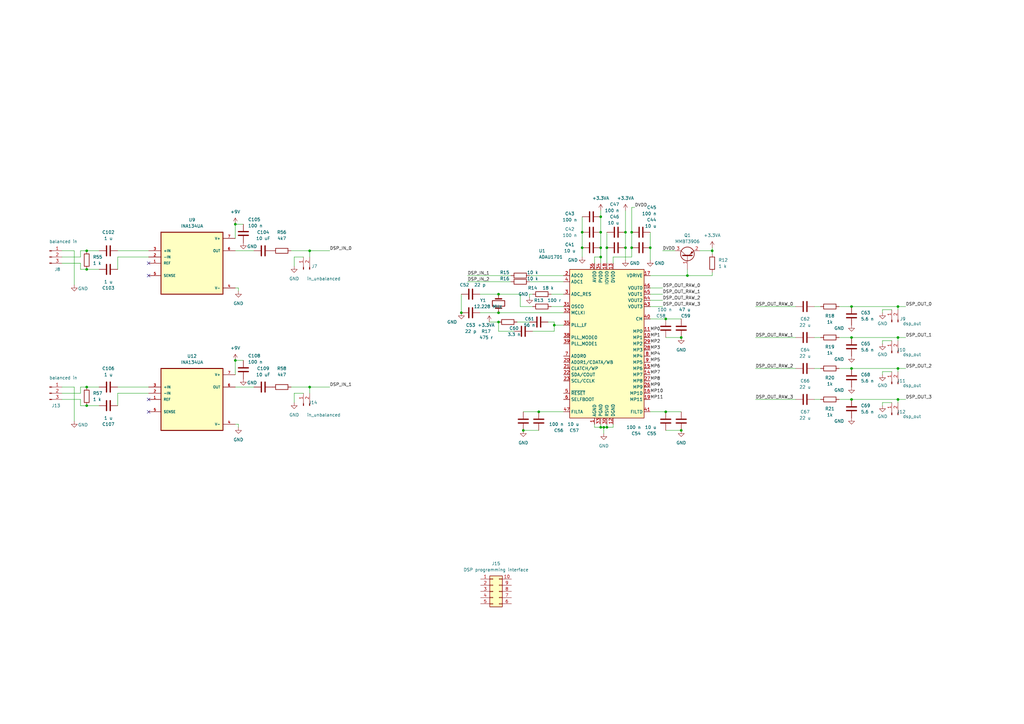
<source format=kicad_sch>
(kicad_sch (version 20230121) (generator eeschema)
  (paper "A3")
  (lib_symbols
    (symbol "Connector:Conn_01x02_Pin" (pin_names (offset 1.016) hide)
      (property "Reference" "J" (at 0 2.54 0))
      (property "Value" "Conn_01x02_Pin" (at 0 -5.08 0))
      (symbol "Conn_01x02_Pin_1_1"
        (polyline (pts (xy 1.27 -2.54) (xy 0.8636 -2.54)) (stroke (width 0.1524)))
        (polyline (pts (xy 1.27 0) (xy 0.8636 0)) (stroke (width 0.1524)))
        (rectangle (start 0.8636 -2.413) (end 0 -2.667) (stroke (width 0.1524)) (fill (type outline)))
        (rectangle (start 0.8636 0.127) (end 0 -0.127) (stroke (width 0.1524)) (fill (type outline)))
        (pin passive line (at 5.08 0 180) (length 3.81) (name "Pin_1") (number "1"))
        (pin passive line (at 5.08 -2.54 180) (length 3.81) (name "Pin_2") (number "2"))
      )
    )
    (symbol "Connector:Conn_01x03_Pin" (pin_names (offset 1.016) hide)
      (property "Reference" "J" (at 0 5.08 0))
      (property "Value" "Conn_01x03_Pin" (at 0 -5.08 0))
      (symbol "Conn_01x03_Pin_1_1"
        (polyline (pts (xy 1.27 -2.54) (xy 0.8636 -2.54)) (stroke (width 0.1524)))
        (polyline (pts (xy 1.27 0) (xy 0.8636 0)) (stroke (width 0.1524)))
        (polyline (pts (xy 1.27 2.54) (xy 0.8636 2.54)) (stroke (width 0.1524)))
        (rectangle (start 0.8636 -2.413) (end 0 -2.667) (stroke (width 0.1524)) (fill (type outline)))
        (rectangle (start 0.8636 0.127) (end 0 -0.127) (stroke (width 0.1524)) (fill (type outline)))
        (rectangle (start 0.8636 2.667) (end 0 2.413) (stroke (width 0.1524)) (fill (type outline)))
        (pin passive line (at 5.08 2.54 180) (length 3.81) (name "Pin_1") (number "1"))
        (pin passive line (at 5.08 0 180) (length 3.81) (name "Pin_2") (number "2"))
        (pin passive line (at 5.08 -2.54 180) (length 3.81) (name "Pin_3") (number "3"))
      )
    )
    (symbol "Connector_Generic:Conn_02x05_Counter_Clockwise" (pin_names (offset 1.016) hide)
      (property "Reference" "J" (at 1.27 7.62 0))
      (property "Value" "Conn_02x05_Counter_Clockwise" (at 1.27 -7.62 0))
      (symbol "Conn_02x05_Counter_Clockwise_1_1"
        (rectangle (start -1.27 -4.953) (end 0 -5.207) (stroke (width 0.1524)))
        (rectangle (start -1.27 -2.413) (end 0 -2.667) (stroke (width 0.1524)))
        (rectangle (start -1.27 0.127) (end 0 -0.127) (stroke (width 0.1524)))
        (rectangle (start -1.27 2.667) (end 0 2.413) (stroke (width 0.1524)))
        (rectangle (start -1.27 5.207) (end 0 4.953) (stroke (width 0.1524)))
        (rectangle (start -1.27 6.35) (end 3.81 -6.35) (stroke (width 0.254)) (fill (type background)))
        (rectangle (start 3.81 -4.953) (end 2.54 -5.207) (stroke (width 0.1524)))
        (rectangle (start 3.81 -2.413) (end 2.54 -2.667) (stroke (width 0.1524)))
        (rectangle (start 3.81 0.127) (end 2.54 -0.127) (stroke (width 0.1524)))
        (rectangle (start 3.81 2.667) (end 2.54 2.413) (stroke (width 0.1524)))
        (rectangle (start 3.81 5.207) (end 2.54 4.953) (stroke (width 0.1524)))
        (pin passive line (at -5.08 5.08 0) (length 3.81) (name "Pin_1") (number "1"))
        (pin passive line (at 7.62 5.08 180) (length 3.81) (name "Pin_10") (number "10"))
        (pin passive line (at -5.08 2.54 0) (length 3.81) (name "Pin_2") (number "2"))
        (pin passive line (at -5.08 0 0) (length 3.81) (name "Pin_3") (number "3"))
        (pin passive line (at -5.08 -2.54 0) (length 3.81) (name "Pin_4") (number "4"))
        (pin passive line (at -5.08 -5.08 0) (length 3.81) (name "Pin_5") (number "5"))
        (pin passive line (at 7.62 -5.08 180) (length 3.81) (name "Pin_6") (number "6"))
        (pin passive line (at 7.62 -2.54 180) (length 3.81) (name "Pin_7") (number "7"))
        (pin passive line (at 7.62 0 180) (length 3.81) (name "Pin_8") (number "8"))
        (pin passive line (at 7.62 2.54 180) (length 3.81) (name "Pin_9") (number "9"))
      )
    )
    (symbol "DSP_AnalogDevices:ADAU1701"
      (property "Reference" "U" (at -12.7 31.75 0))
      (property "Value" "ADAU1701" (at 3.81 31.75 0))
      (symbol "ADAU1701_0_1"
        (rectangle (start -15.24 30.48) (end 15.24 -30.48) (stroke (width 0.254)) (fill (type background)))
      )
      (symbol "ADAU1701_1_1"
        (pin power_in line (at -5.08 -33.02 90) (length 2.54) (name "AGND") (number "1"))
        (pin bidirectional line (at 17.78 2.54 180) (length 2.54) (name "MP1") (number "10"))
        (pin bidirectional line (at 17.78 5.08 180) (length 2.54) (name "MP0") (number "11"))
        (pin power_in line (at 2.54 -33.02 90) (length 2.54) (name "DGND") (number "12"))
        (pin power_in line (at 2.54 33.02 270) (length 2.54) (name "DVDD") (number "13"))
        (pin bidirectional line (at 17.78 -12.7 180) (length 2.54) (name "MP7") (number "14"))
        (pin bidirectional line (at 17.78 -10.16 180) (length 2.54) (name "MP6") (number "15"))
        (pin bidirectional line (at 17.78 -20.32 180) (length 2.54) (name "MP10") (number "16"))
        (pin output line (at 17.78 27.94 180) (length 2.54) (name "VDRIVE") (number "17"))
        (pin power_in line (at 0 33.02 270) (length 2.54) (name "IOVDD") (number "18"))
        (pin bidirectional line (at 17.78 -22.86 180) (length 2.54) (name "MP11") (number "19"))
        (pin input line (at -17.78 27.94 0) (length 2.54) (name "ADC0") (number "2"))
        (pin input line (at -17.78 -7.62 0) (length 2.54) (name "ADDR1/CDATA/WB") (number "20"))
        (pin bidirectional line (at -17.78 -10.16 0) (length 2.54) (name "CLATCH/WP") (number "21"))
        (pin bidirectional line (at -17.78 -12.7 0) (length 2.54) (name "SDA/COUT") (number "22"))
        (pin bidirectional line (at -17.78 -15.24 0) (length 2.54) (name "SCL/CCLK") (number "23"))
        (pin passive line (at 2.54 33.02 270) (length 2.54) hide (name "DVDD") (number "24"))
        (pin passive line (at 2.54 -33.02 90) (length 2.54) hide (name "DGND") (number "25"))
        (pin bidirectional line (at 17.78 -17.78 180) (length 2.54) (name "MP9") (number "26"))
        (pin bidirectional line (at 17.78 -15.24 180) (length 2.54) (name "MP8") (number "27"))
        (pin bidirectional line (at 17.78 -2.54 180) (length 2.54) (name "MP3") (number "28"))
        (pin bidirectional line (at 17.78 0 180) (length 2.54) (name "MP2") (number "29"))
        (pin passive line (at -17.78 20.32 0) (length 2.54) (name "ADC_RES") (number "3"))
        (pin passive line (at 0 -33.02 90) (length 2.54) (name "RSVD") (number "30"))
        (pin passive line (at -17.78 15.24 0) (length 2.54) (name "OSCO") (number "31"))
        (pin passive line (at -17.78 12.7 0) (length 2.54) (name "MCLKI") (number "32"))
        (pin power_in line (at -2.54 -33.02 90) (length 2.54) (name "PGND") (number "33"))
        (pin power_in line (at -2.54 33.02 270) (length 2.54) (name "PVDD") (number "34"))
        (pin passive line (at -17.78 7.62 0) (length 2.54) (name "PLL_LF") (number "35"))
        (pin power_in line (at -5.08 33.02 270) (length 2.54) (name "AVDD") (number "36"))
        (pin passive line (at -5.08 -33.02 90) (length 2.54) hide (name "AGND") (number "37"))
        (pin input line (at -17.78 2.54 0) (length 2.54) (name "PLL_MODE0") (number "38"))
        (pin input line (at -17.78 0 0) (length 2.54) (name "PLL_MODE1") (number "39"))
        (pin input line (at -17.78 25.4 0) (length 2.54) (name "ADC1") (number "4"))
        (pin output line (at 17.78 10.16 180) (length 2.54) (name "CM") (number "40"))
        (pin output line (at 17.78 -27.94 180) (length 2.54) (name "FILTD") (number "41"))
        (pin passive line (at -5.08 -33.02 90) (length 2.54) hide (name "AGND") (number "42"))
        (pin output line (at 17.78 15.24 180) (length 2.54) (name "VOUT3") (number "43"))
        (pin output line (at 17.78 17.78 180) (length 2.54) (name "VOUT2") (number "44"))
        (pin output line (at 17.78 20.32 180) (length 2.54) (name "VOUT1") (number "45"))
        (pin output line (at 17.78 22.86 180) (length 2.54) (name "VOUT0") (number "46"))
        (pin output line (at -17.78 -27.94 0) (length 2.54) (name "FILTA") (number "47"))
        (pin passive line (at -5.08 33.02 270) (length 2.54) hide (name "AVDD") (number "48"))
        (pin input line (at -17.78 -20.32 0) (length 2.54) (name "~{RESET}") (number "5"))
        (pin input line (at -17.78 -22.86 0) (length 2.54) (name "SELFBOOT") (number "6"))
        (pin input line (at -17.78 -5.08 0) (length 2.54) (name "ADDR0") (number "7"))
        (pin bidirectional line (at 17.78 -5.08 180) (length 2.54) (name "MP4") (number "8"))
        (pin bidirectional line (at 17.78 -7.62 180) (length 2.54) (name "MP5") (number "9"))
      )
    )
    (symbol "Device:C" (pin_numbers hide) (pin_names (offset 0.254))
      (property "Reference" "C" (at 0.635 2.54 0))
      (property "Value" "C" (at 0.635 -2.54 0))
      (symbol "C_0_1"
        (polyline (pts (xy -2.032 -0.762) (xy 2.032 -0.762)) (stroke (width 0.508)))
        (polyline (pts (xy -2.032 0.762) (xy 2.032 0.762)) (stroke (width 0.508)))
      )
      (symbol "C_1_1"
        (pin passive line (at 0 3.81 270) (length 2.794) (name "~") (number "1"))
        (pin passive line (at 0 -3.81 90) (length 2.794) (name "~") (number "2"))
      )
    )
    (symbol "Device:Crystal" (pin_numbers hide) (pin_names (offset 1.016) hide)
      (property "Reference" "Y" (at 0 3.81 0))
      (property "Value" "Crystal" (at 0 -3.81 0))
      (symbol "Crystal_0_1"
        (rectangle (start -1.143 2.54) (end 1.143 -2.54) (stroke (width 0.3048)))
        (polyline (pts (xy -2.54 0) (xy -1.905 0)))
        (polyline (pts (xy -1.905 -1.27) (xy -1.905 1.27)) (stroke (width 0.508)))
        (polyline (pts (xy 1.905 -1.27) (xy 1.905 1.27)) (stroke (width 0.508)))
        (polyline (pts (xy 2.54 0) (xy 1.905 0)))
      )
      (symbol "Crystal_1_1"
        (pin passive line (at -3.81 0 0) (length 1.27) (name "1") (number "1"))
        (pin passive line (at 3.81 0 180) (length 1.27) (name "2") (number "2"))
      )
    )
    (symbol "Device:R" (pin_numbers hide) (pin_names (offset 0))
      (property "Reference" "R" (at 2.032 0 90))
      (property "Value" "R" (at 0 0 90))
      (symbol "R_0_1"
        (rectangle (start -1.016 -2.54) (end 1.016 2.54) (stroke (width 0.254)))
      )
      (symbol "R_1_1"
        (pin passive line (at 0 3.81 270) (length 1.27) (name "~") (number "1"))
        (pin passive line (at 0 -3.81 90) (length 1.27) (name "~") (number "2"))
      )
    )
    (symbol "INA134UA:INA134UA" (pin_names (offset 1.016))
      (property "Reference" "U" (at -12.7 13.7 0))
      (property "Value" "INA134UA" (at -12.7 -16.7 0))
      (symbol "INA134UA_0_0"
        (rectangle (start -12.7 -12.7) (end 12.7 12.7) (stroke (width 0.41)) (fill (type background)))
        (pin input line (at -17.78 0 0) (length 5.08) (name "REF") (number "1"))
        (pin input line (at -17.78 2.54 0) (length 5.08) (name "-IN") (number "2"))
        (pin input line (at -17.78 5.08 0) (length 5.08) (name "+IN") (number "3"))
        (pin power_in line (at 17.78 -10.16 180) (length 5.08) (name "V-") (number "4"))
        (pin bidirectional line (at -17.78 -5.08 0) (length 5.08) (name "SENSE") (number "5"))
        (pin output line (at 17.78 5.08 180) (length 5.08) (name "OUT") (number "6"))
        (pin power_in line (at 17.78 10.16 180) (length 5.08) (name "V+") (number "7"))
      )
    )
    (symbol "Transistor_BJT:MMBT3906" (pin_names (offset 0) hide)
      (property "Reference" "Q" (at 5.08 1.905 0))
      (property "Value" "MMBT3906" (at 5.08 0 0))
      (symbol "MMBT3906_0_1"
        (polyline (pts (xy 0.635 0.635) (xy 2.54 2.54)))
        (polyline (pts (xy 0.635 -0.635) (xy 2.54 -2.54) (xy 2.54 -2.54)))
        (polyline (pts (xy 0.635 1.905) (xy 0.635 -1.905) (xy 0.635 -1.905)) (stroke (width 0.508)))
        (polyline (pts (xy 2.286 -1.778) (xy 1.778 -2.286) (xy 1.27 -1.27) (xy 2.286 -1.778) (xy 2.286 -1.778)) (fill (type outline)))
        (circle (center 1.27 0) (radius 2.8194) (stroke (width 0.254)))
      )
      (symbol "MMBT3906_1_1"
        (pin input line (at -5.08 0 0) (length 5.715) (name "B") (number "1"))
        (pin passive line (at 2.54 -5.08 90) (length 2.54) (name "E") (number "2"))
        (pin passive line (at 2.54 5.08 270) (length 2.54) (name "C") (number "3"))
      )
    )
    (symbol "power:+3.3VA" (power) (pin_names (offset 0))
      (property "Value" "+3.3VA" (at 0 3.556 0))
      (symbol "+3.3VA_0_1"
        (polyline (pts (xy -0.762 1.27) (xy 0 2.54)))
        (polyline (pts (xy 0 0) (xy 0 2.54)))
        (polyline (pts (xy 0 2.54) (xy 0.762 1.27)))
      )
      (symbol "+3.3VA_1_1"
        (pin power_in line (at 0 0 90) (length 0) hide (name "+3.3VA") (number "1"))
      )
    )
    (symbol "power:+9V" (power) (pin_names (offset 0))
      (property "Value" "+9V" (at 0 3.556 0))
      (symbol "+9V_0_1"
        (polyline (pts (xy -0.762 1.27) (xy 0 2.54)))
        (polyline (pts (xy 0 0) (xy 0 2.54)))
        (polyline (pts (xy 0 2.54) (xy 0.762 1.27)))
      )
      (symbol "+9V_1_1"
        (pin power_in line (at 0 0 90) (length 0) hide (name "+9V") (number "1"))
      )
    )
    (symbol "power:GND" (power) (pin_names (offset 0))
      (property "Value" "GND" (at 0 -3.81 0))
      (symbol "GND_0_1"
        (polyline (pts (xy 0 0) (xy 0 -1.27) (xy 1.27 -1.27) (xy 0 -2.54) (xy -1.27 -1.27) (xy 0 -1.27)))
      )
      (symbol "GND_1_1"
        (pin power_in line (at 0 0 270) (length 0) hide (name "GND") (number "1"))
      )
    )
  )
  (junction (at 279.4 176.53))
  (junction (at 279.4 138.43))
  (junction (at 238.76 101.6))
  (junction (at 96.52 147.828))
  (junction (at 273.05 130.81))
  (junction (at 35.56 166.37))
  (junction (at 227.33 133.35))
  (junction (at 35.56 102.87))
  (junction (at 189.23 128.27))
  (junction (at 204.47 132.08))
  (junction (at 246.38 101.6))
  (junction (at 35.56 158.75))
  (junction (at 127 158.75))
  (junction (at 259.08 101.6))
  (junction (at 246.38 175.26))
  (junction (at 246.38 105.41))
  (junction (at 220.98 168.91))
  (junction (at 96.52 91.948))
  (junction (at 349.25 138.43))
  (junction (at 349.25 125.73))
  (junction (at 247.65 175.26))
  (junction (at 238.76 95.25))
  (junction (at 259.08 95.25))
  (junction (at 246.38 88.9))
  (junction (at 204.47 128.27))
  (junction (at 256.54 101.6))
  (junction (at 273.05 168.91))
  (junction (at 246.38 95.25))
  (junction (at 349.25 151.13))
  (junction (at 256.54 95.25))
  (junction (at 266.7 101.6))
  (junction (at 368.3 138.43))
  (junction (at 281.94 113.03))
  (junction (at 204.47 120.65))
  (junction (at 349.25 163.83))
  (junction (at 127 102.87))
  (junction (at 292.1 102.87))
  (junction (at 248.92 175.26))
  (junction (at 35.56 110.49))
  (junction (at 214.63 176.53))
  (junction (at 368.3 163.83))
  (junction (at 248.92 101.6))
  (junction (at 368.3 125.73))
  (junction (at 368.3 151.13))
  (no_connect (at 60.96 107.95))
  (no_connect (at 60.96 113.03))
  (no_connect (at 60.96 163.83))
  (no_connect (at 60.96 168.91))
  (wire (pts (xy 127 102.87) (xy 127 105.41)))
  (wire (pts (xy 260.35 85.09) (xy 259.08 85.09)))
  (wire (pts (xy 368.3 139.7) (xy 368.3 138.43)))
  (wire (pts (xy 30.48 158.75) (xy 30.48 172.72)))
  (wire (pts (xy 361.95 166.37) (xy 361.95 165.1)))
  (wire (pts (xy 96.52 147.828) (xy 99.822 147.828)))
  (wire (pts (xy 368.3 165.1) (xy 368.3 163.83)))
  (wire (pts (xy 33.02 161.29) (xy 33.02 158.75)))
  (wire (pts (xy 200.66 132.08) (xy 204.47 132.08)))
  (wire (pts (xy 214.63 168.91) (xy 220.98 168.91)))
  (wire (pts (xy 220.98 168.91) (xy 231.14 168.91)))
  (wire (pts (xy 361.95 127) (xy 365.76 127)))
  (wire (pts (xy 349.25 138.43) (xy 368.3 138.43)))
  (wire (pts (xy 281.94 113.03) (xy 292.1 113.03)))
  (wire (pts (xy 25.4 107.95) (xy 33.02 107.95)))
  (wire (pts (xy 256.54 101.6) (xy 256.54 95.25)))
  (wire (pts (xy 246.38 86.36) (xy 246.38 88.9)))
  (wire (pts (xy 361.95 139.7) (xy 365.76 139.7)))
  (wire (pts (xy 246.38 175.26) (xy 247.65 175.26)))
  (wire (pts (xy 204.47 135.89) (xy 204.47 132.08)))
  (wire (pts (xy 246.38 173.99) (xy 246.38 175.26)))
  (wire (pts (xy 247.65 175.26) (xy 248.92 175.26)))
  (wire (pts (xy 96.52 91.948) (xy 96.52 97.79)))
  (wire (pts (xy 238.76 88.9) (xy 238.76 95.25)))
  (wire (pts (xy 204.47 128.27) (xy 231.14 128.27)))
  (wire (pts (xy 227.33 133.35) (xy 227.33 132.08)))
  (wire (pts (xy 196.85 128.27) (xy 204.47 128.27)))
  (wire (pts (xy 97.79 175.26) (xy 97.79 173.99)))
  (wire (pts (xy 361.95 165.1) (xy 365.76 165.1)))
  (wire (pts (xy 334.01 138.43) (xy 336.55 138.43)))
  (wire (pts (xy 25.4 102.87) (xy 30.48 102.87)))
  (wire (pts (xy 96.52 173.99) (xy 97.79 173.99)))
  (wire (pts (xy 273.05 138.43) (xy 279.4 138.43)))
  (wire (pts (xy 368.3 127) (xy 368.3 125.73)))
  (wire (pts (xy 238.76 95.25) (xy 238.76 101.6)))
  (wire (pts (xy 127 158.75) (xy 135.255 158.75)))
  (wire (pts (xy 266.7 113.03) (xy 281.94 113.03)))
  (wire (pts (xy 246.38 101.6) (xy 246.38 105.41)))
  (wire (pts (xy 246.38 88.9) (xy 246.38 95.25)))
  (wire (pts (xy 266.7 118.11) (xy 271.78 118.11)))
  (wire (pts (xy 243.84 173.99) (xy 243.84 175.26)))
  (wire (pts (xy 191.77 113.03) (xy 209.55 113.03)))
  (wire (pts (xy 33.02 110.49) (xy 35.56 110.49)))
  (wire (pts (xy 196.85 120.65) (xy 204.47 120.65)))
  (wire (pts (xy 361.95 152.4) (xy 365.76 152.4)))
  (wire (pts (xy 243.84 107.95) (xy 243.84 105.41)))
  (wire (pts (xy 256.54 101.6) (xy 256.54 106.68)))
  (wire (pts (xy 227.33 133.35) (xy 231.14 133.35)))
  (wire (pts (xy 344.17 125.73) (xy 349.25 125.73)))
  (wire (pts (xy 246.38 95.25) (xy 246.38 101.6)))
  (wire (pts (xy 266.7 120.65) (xy 271.78 120.65)))
  (wire (pts (xy 48.26 110.49) (xy 48.26 105.41)))
  (wire (pts (xy 226.06 120.65) (xy 231.14 120.65)))
  (wire (pts (xy 226.06 125.73) (xy 231.14 125.73)))
  (wire (pts (xy 96.52 91.948) (xy 99.822 91.948)))
  (wire (pts (xy 227.33 135.89) (xy 227.33 133.35)))
  (wire (pts (xy 287.02 102.87) (xy 292.1 102.87)))
  (wire (pts (xy 48.26 102.87) (xy 60.96 102.87)))
  (wire (pts (xy 33.02 158.75) (xy 35.56 158.75)))
  (wire (pts (xy 33.02 105.41) (xy 33.02 102.87)))
  (wire (pts (xy 217.17 115.57) (xy 231.14 115.57)))
  (wire (pts (xy 368.3 163.83) (xy 371.475 163.83)))
  (wire (pts (xy 251.46 175.26) (xy 251.46 173.99)))
  (wire (pts (xy 217.17 121.92) (xy 217.17 120.65)))
  (wire (pts (xy 361.95 140.97) (xy 361.95 139.7)))
  (wire (pts (xy 266.7 101.6) (xy 266.7 106.68)))
  (wire (pts (xy 247.65 175.26) (xy 247.65 177.8)))
  (wire (pts (xy 292.1 102.87) (xy 292.1 104.14)))
  (wire (pts (xy 48.26 166.37) (xy 48.26 161.29)))
  (wire (pts (xy 292.1 101.6) (xy 292.1 102.87)))
  (wire (pts (xy 368.3 151.13) (xy 371.475 151.13)))
  (wire (pts (xy 25.4 105.41) (xy 33.02 105.41)))
  (wire (pts (xy 266.7 168.91) (xy 273.05 168.91)))
  (wire (pts (xy 271.78 102.87) (xy 276.86 102.87)))
  (wire (pts (xy 217.17 120.65) (xy 218.44 120.65)))
  (wire (pts (xy 48.26 158.75) (xy 60.96 158.75)))
  (wire (pts (xy 256.54 86.36) (xy 256.54 95.25)))
  (wire (pts (xy 266.7 125.73) (xy 271.78 125.73)))
  (wire (pts (xy 259.08 85.09) (xy 259.08 95.25)))
  (wire (pts (xy 334.01 151.13) (xy 336.55 151.13)))
  (wire (pts (xy 349.25 163.83) (xy 368.3 163.83)))
  (wire (pts (xy 96.52 102.87) (xy 104.14 102.87)))
  (wire (pts (xy 189.23 120.65) (xy 189.23 128.27)))
  (wire (pts (xy 33.02 166.37) (xy 35.56 166.37)))
  (wire (pts (xy 259.08 105.41) (xy 251.46 105.41)))
  (wire (pts (xy 238.76 101.6) (xy 238.76 105.41)))
  (wire (pts (xy 97.79 119.38) (xy 97.79 118.11)))
  (wire (pts (xy 309.88 125.73) (xy 326.39 125.73)))
  (wire (pts (xy 273.05 176.53) (xy 279.4 176.53)))
  (wire (pts (xy 48.26 105.41) (xy 60.96 105.41)))
  (wire (pts (xy 309.88 151.13) (xy 326.39 151.13)))
  (wire (pts (xy 259.08 95.25) (xy 259.08 101.6)))
  (wire (pts (xy 96.52 158.75) (xy 104.14 158.75)))
  (wire (pts (xy 292.1 113.03) (xy 292.1 111.76)))
  (wire (pts (xy 344.17 138.43) (xy 349.25 138.43)))
  (wire (pts (xy 214.63 176.53) (xy 220.98 176.53)))
  (wire (pts (xy 191.77 115.57) (xy 209.55 115.57)))
  (wire (pts (xy 25.4 163.83) (xy 33.02 163.83)))
  (wire (pts (xy 246.38 105.41) (xy 246.38 107.95)))
  (wire (pts (xy 35.56 158.75) (xy 40.64 158.75)))
  (wire (pts (xy 35.56 102.87) (xy 40.64 102.87)))
  (wire (pts (xy 127 158.75) (xy 127 161.29)))
  (wire (pts (xy 213.36 120.65) (xy 213.36 125.73)))
  (wire (pts (xy 124.46 105.41) (xy 120.65 105.41)))
  (wire (pts (xy 273.05 168.91) (xy 279.4 168.91)))
  (wire (pts (xy 218.44 135.89) (xy 227.33 135.89)))
  (wire (pts (xy 210.82 135.89) (xy 204.47 135.89)))
  (wire (pts (xy 368.3 138.43) (xy 371.475 138.43)))
  (wire (pts (xy 25.4 161.29) (xy 33.02 161.29)))
  (wire (pts (xy 33.02 107.95) (xy 33.02 110.49)))
  (wire (pts (xy 119.38 102.87) (xy 127 102.87)))
  (wire (pts (xy 243.84 105.41) (xy 246.38 105.41)))
  (wire (pts (xy 266.7 123.19) (xy 271.78 123.19)))
  (wire (pts (xy 361.95 128.27) (xy 361.95 127)))
  (wire (pts (xy 273.05 130.81) (xy 279.4 130.81)))
  (wire (pts (xy 35.56 110.49) (xy 40.64 110.49)))
  (wire (pts (xy 344.17 151.13) (xy 349.25 151.13)))
  (wire (pts (xy 30.48 102.87) (xy 30.48 116.84)))
  (wire (pts (xy 248.92 101.6) (xy 248.92 107.95)))
  (wire (pts (xy 124.46 161.29) (xy 120.65 161.29)))
  (wire (pts (xy 204.47 120.65) (xy 213.36 120.65)))
  (wire (pts (xy 243.84 175.26) (xy 246.38 175.26)))
  (wire (pts (xy 248.92 175.26) (xy 251.46 175.26)))
  (wire (pts (xy 227.33 132.08) (xy 224.79 132.08)))
  (wire (pts (xy 266.7 130.81) (xy 273.05 130.81)))
  (wire (pts (xy 309.88 163.83) (xy 326.39 163.83)))
  (wire (pts (xy 349.25 151.13) (xy 368.3 151.13)))
  (wire (pts (xy 281.94 113.03) (xy 281.94 110.49)))
  (wire (pts (xy 349.25 125.73) (xy 368.3 125.73)))
  (wire (pts (xy 96.52 147.828) (xy 96.52 153.67)))
  (wire (pts (xy 334.01 163.83) (xy 336.55 163.83)))
  (wire (pts (xy 127 102.87) (xy 135.255 102.87)))
  (wire (pts (xy 259.08 101.6) (xy 259.08 105.41)))
  (wire (pts (xy 120.65 105.41) (xy 120.65 109.22)))
  (wire (pts (xy 25.4 158.75) (xy 30.48 158.75)))
  (wire (pts (xy 48.26 161.29) (xy 60.96 161.29)))
  (wire (pts (xy 266.7 101.6) (xy 266.7 95.25)))
  (wire (pts (xy 33.02 163.83) (xy 33.02 166.37)))
  (wire (pts (xy 35.56 166.37) (xy 40.64 166.37)))
  (wire (pts (xy 248.92 173.99) (xy 248.92 175.26)))
  (wire (pts (xy 251.46 105.41) (xy 251.46 107.95)))
  (wire (pts (xy 217.17 113.03) (xy 231.14 113.03)))
  (wire (pts (xy 368.3 125.73) (xy 371.475 125.73)))
  (wire (pts (xy 119.38 158.75) (xy 127 158.75)))
  (wire (pts (xy 120.65 161.29) (xy 120.65 165.1)))
  (wire (pts (xy 344.17 163.83) (xy 349.25 163.83)))
  (wire (pts (xy 96.52 118.11) (xy 97.79 118.11)))
  (wire (pts (xy 334.01 125.73) (xy 336.55 125.73)))
  (wire (pts (xy 368.3 152.4) (xy 368.3 151.13)))
  (wire (pts (xy 309.88 138.43) (xy 326.39 138.43)))
  (wire (pts (xy 361.95 153.67) (xy 361.95 152.4)))
  (wire (pts (xy 212.09 132.08) (xy 217.17 132.08)))
  (wire (pts (xy 33.02 102.87) (xy 35.56 102.87)))
  (wire (pts (xy 248.92 101.6) (xy 248.92 95.25)))
  (wire (pts (xy 213.36 125.73) (xy 218.44 125.73)))
  (label "DSP_OUT_2" (at 371.475 151.13 0))
  (label "MP7" (at 266.7 153.67 0))
  (label "DSP_OUT_RAW_3" (at 271.78 125.73 0))
  (label "MP3" (at 266.7 143.51 0))
  (label "DSP_OUT_RAW_1" (at 309.88 138.43 0))
  (label "DSP_OUT_RAW_0" (at 309.88 125.73 0))
  (label "MP11" (at 266.7 163.83 0))
  (label "MP1" (at 266.7 138.43 0))
  (label "MP5" (at 266.7 148.59 0))
  (label "DSP_IN_0" (at 135.255 102.87 0))
  (label "DSP_OUT_RAW_2" (at 309.88 151.13 0))
  (label "DSP_IN_1" (at 135.255 158.75 0))
  (label "DSP_OUT_0" (at 371.475 125.73 0))
  (label "DSP_IN_2" (at 191.77 115.57 0))
  (label "DSP_OUT_RAW_1" (at 271.78 120.65 0))
  (label "DSP_OUT_1" (at 371.475 138.43 0))
  (label "DSP_OUT_3" (at 371.475 163.83 0))
  (label "MP8" (at 266.7 156.21 0))
  (label "DSP_OUT_RAW_0" (at 271.78 118.11 0))
  (label "MP2" (at 266.7 140.97 0))
  (label "DVDD" (at 260.35 85.09 0))
  (label "DSP_OUT_RAW_3" (at 309.88 163.83 0))
  (label "MP9" (at 266.7 158.75 0))
  (label "DVDD" (at 271.78 102.87 0))
  (label "MP0" (at 266.7 135.89 0))
  (label "MP10" (at 266.7 161.29 0))
  (label "MP4" (at 266.7 146.05 0))
  (label "DSP_IN_1" (at 191.77 113.03 0))
  (label "DSP_OUT_RAW_2" (at 271.78 123.19 0))
  (label "MP6" (at 266.7 151.13 0))
  (symbol (lib_id "Device:R") (at 222.25 120.65 90) (unit 1)
    (property "Reference" "R14" (at 218.44 118.11 90))
    (property "Value" "18 k" (at 224.79 118.11 90))
  )
  (symbol (lib_id "Connector:Conn_01x03_Pin") (at 20.32 161.29 0) (unit 1)
    (property "Reference" "J13" (at 24.765 166.37 0) (effects (justify right)))
    (property "Value" "balanced in" (at 31.75 154.94 0) (effects (justify right)))
  )
  (symbol (lib_id "INA134UA:INA134UA") (at 78.74 163.83 0) (unit 1)
    (property "Reference" "U12" (at 78.74 146.05 0))
    (property "Value" "INA134UA" (at 78.74 148.59 0))
    (property "Footprint" "INA134UA:SOIC127P599X175-8N" (effects hide))
    (property "MF" "Texas Instruments" (effects hide))
    (property "Description" "\nSingle, Audio Differential Line Receivers, 0dB (G=1)\n" (effects hide))
    (property "Package" "SOIC-8 Texas Instruments" (effects hide))
    (property "Price" "None" (effects hide))
    (property "SnapEDA_Link" "https://www.snapeda.com/parts/INA134UA/Texas+Instruments/view-part/?ref=snap" (effects hide))
    (property "MP" "INA134UA" (effects hide))
    (property "Purchase-URL" "https://www.snapeda.com/api/url_track_click_mouser/?unipart_id=10479&manufacturer=Texas Instruments&part_name=INA134UA&search_term=ina134" (effects hide))
    (property "Availability" "In Stock" (effects hide))
    (property "Check_prices" "https://www.snapeda.com/parts/INA134UA/Texas+Instruments/view-part/?ref=eda" (effects hide))
  )
  (symbol (lib_id "power:GND") (at 279.4 176.53 0) (unit 1)
    (property "Reference" "#PWR029" (effects hide))
    (property "Value" "GND" (at 279.4 181.61 0))
  )
  (symbol (lib_id "power:GND") (at 349.25 158.75 0) (unit 1)
    (property "Reference" "#PWR036" (effects hide))
    (property "Value" "GND" (at 344.17 160.02 0))
  )
  (symbol (lib_id "Device:C") (at 279.4 134.62 180) (unit 1)
    (property "Reference" "C59" (at 283.21 129.54 0) (effects (justify left)))
    (property "Value" "47 u" (at 283.21 127 0) (effects (justify left)))
  )
  (symbol (lib_id "power:+3.3VA") (at 200.66 132.08 0) (unit 1)
    (property "Reference" "#PWR032" (effects hide))
    (property "Value" "+3.3VA" (at 199.39 133.35 0))
  )
  (symbol (lib_id "Device:C") (at 330.2 125.73 90) (unit 1)
    (property "Reference" "C62" (at 330.2 130.81 90))
    (property "Value" "22 u" (at 330.2 133.35 90))
  )
  (symbol (lib_id "Device:C") (at 193.04 128.27 90) (unit 1)
    (property "Reference" "C53" (at 193.04 133.35 90))
    (property "Value" "22 p" (at 193.04 135.89 90))
  )
  (symbol (lib_id "Device:R") (at 213.36 115.57 90) (unit 1)
    (property "Reference" "R16" (at 207.01 114.3 90))
    (property "Value" "10 k" (at 218.44 114.3 90))
  )
  (symbol (lib_id "Connector:Conn_01x02_Pin") (at 365.76 144.78 90) (unit 1)
    (property "Reference" "J10" (at 371.475 143.51 90) (effects (justify left)))
    (property "Value" "dsp_out" (at 377.825 145.415 90) (effects (justify left)))
  )
  (symbol (lib_id "power:GND") (at 217.17 121.92 0) (unit 1)
    (property "Reference" "#PWR026" (effects hide))
    (property "Value" "GND" (at 214.63 120.65 0))
  )
  (symbol (lib_id "power:GND") (at 214.63 176.53 0) (unit 1)
    (property "Reference" "#PWR030" (effects hide))
    (property "Value" "GND" (at 214.63 181.61 0))
  )
  (symbol (lib_id "Device:C") (at 262.89 95.25 270) (unit 1)
    (property "Reference" "C45" (at 269.24 85.09 90) (effects (justify right)))
    (property "Value" "100 n" (at 269.24 87.63 90) (effects (justify right)))
  )
  (symbol (lib_id "Connector:Conn_01x02_Pin") (at 124.46 166.37 90) (unit 1)
    (property "Reference" "J14" (at 130.175 165.1 90) (effects (justify left)))
    (property "Value" "in_unbalanced" (at 139.7 170.18 90) (effects (justify left)))
  )
  (symbol (lib_id "Transistor_BJT:MMBT3906") (at 281.94 105.41 90) (unit 1)
    (property "Reference" "Q1" (at 281.94 96.52 90))
    (property "Value" "MMBT3906" (at 281.94 99.06 90))
    (property "Footprint" "Package_TO_SOT_SMD:SOT-23" (effects hide))
    (property "Datasheet" "https://www.onsemi.com/pdf/datasheet/pzt3906-d.pdf" (effects hide))
  )
  (symbol (lib_id "power:GND") (at 30.48 116.84 0) (unit 1)
    (property "Reference" "#PWR099" (effects hide))
    (property "Value" "GND" (at 34.036 118.364 0))
  )
  (symbol (lib_id "Device:R") (at 115.57 158.75 90) (unit 1)
    (property "Reference" "R58" (at 115.57 151.13 90))
    (property "Value" "4k7" (at 115.57 153.67 90))
  )
  (symbol (lib_id "Device:C") (at 214.63 135.89 90) (unit 1)
    (property "Reference" "C60" (at 210.82 134.62 90))
    (property "Value" "3.3 n" (at 210.82 137.16 90))
  )
  (symbol (lib_id "Device:C") (at 242.57 101.6 90) (unit 1)
    (property "Reference" "C41" (at 233.68 100.33 90))
    (property "Value" "10 u" (at 233.68 102.87 90))
  )
  (symbol (lib_id "power:GND") (at 247.65 177.8 0) (unit 1)
    (property "Reference" "#PWR028" (effects hide))
    (property "Value" "GND" (at 247.65 182.88 0))
  )
  (symbol (lib_id "power:GND") (at 99.822 99.568 0) (unit 1)
    (property "Reference" "#PWR098" (effects hide))
    (property "Value" "GND" (at 103.378 101.092 0))
  )
  (symbol (lib_id "Device:C") (at 44.45 102.87 90) (unit 1)
    (property "Reference" "C102" (at 44.45 95.25 90))
    (property "Value" "1 u" (at 44.45 97.79 90))
  )
  (symbol (lib_id "INA134UA:INA134UA") (at 78.74 107.95 0) (unit 1)
    (property "Reference" "U9" (at 78.74 90.17 0))
    (property "Value" "INA134UA" (at 78.74 92.71 0))
    (property "Footprint" "INA134UA:SOIC127P599X175-8N" (effects hide))
    (property "MF" "Texas Instruments" (effects hide))
    (property "Description" "\nSingle, Audio Differential Line Receivers, 0dB (G=1)\n" (effects hide))
    (property "Package" "SOIC-8 Texas Instruments" (effects hide))
    (property "Price" "None" (effects hide))
    (property "SnapEDA_Link" "https://www.snapeda.com/parts/INA134UA/Texas+Instruments/view-part/?ref=snap" (effects hide))
    (property "MP" "INA134UA" (effects hide))
    (property "Purchase-URL" "https://www.snapeda.com/api/url_track_click_mouser/?unipart_id=10479&manufacturer=Texas Instruments&part_name=INA134UA&search_term=ina134" (effects hide))
    (property "Availability" "In Stock" (effects hide))
    (property "Check_prices" "https://www.snapeda.com/parts/INA134UA/Texas+Instruments/view-part/?ref=eda" (effects hide))
  )
  (symbol (lib_id "Device:R") (at 340.36 151.13 90) (unit 1)
    (property "Reference" "R20" (at 340.36 154.94 90))
    (property "Value" "1k" (at 340.36 157.48 90))
  )
  (symbol (lib_id "power:+3.3VA") (at 246.38 86.36 0) (unit 1)
    (property "Reference" "#PWR022" (effects hide))
    (property "Value" "+3.3VA" (at 246.38 81.28 0))
  )
  (symbol (lib_id "power:GND") (at 120.65 109.22 0) (unit 1)
    (property "Reference" "#PWR093" (effects hide))
    (property "Value" "GND" (at 120.65 114.3 0))
  )
  (symbol (lib_id "power:GND") (at 97.79 119.38 0) (unit 1)
    (property "Reference" "#PWR092" (effects hide))
    (property "Value" "GND" (at 97.79 124.46 0))
  )
  (symbol (lib_id "power:GND") (at 120.65 165.1 0) (unit 1)
    (property "Reference" "#PWR0104" (effects hide))
    (property "Value" "GND" (at 120.65 170.18 0))
  )
  (symbol (lib_id "Connector:Conn_01x02_Pin") (at 365.76 132.08 90) (unit 1)
    (property "Reference" "J9" (at 371.475 130.81 90) (effects (justify left)))
    (property "Value" "dsp_out" (at 377.825 132.715 90) (effects (justify left)))
  )
  (symbol (lib_id "Device:C") (at 99.822 151.638 0) (unit 1)
    (property "Reference" "C108" (at 101.727 145.923 0) (effects (justify left)))
    (property "Value" "100 n" (at 101.727 148.463 0) (effects (justify left)))
  )
  (symbol (lib_id "Connector_Generic:Conn_02x05_Counter_Clockwise") (at 202.184 242.57 0) (unit 1)
    (property "Reference" "J15" (at 203.454 231.14 0))
    (property "Value" "DSP programming interface" (at 203.454 233.68 0))
  )
  (symbol (lib_id "Device:C") (at 107.95 102.87 90) (unit 1)
    (property "Reference" "C104" (at 107.95 95.25 90))
    (property "Value" "10 uF" (at 107.95 97.79 90))
  )
  (symbol (lib_id "Device:C") (at 330.2 151.13 90) (unit 1)
    (property "Reference" "C66" (at 330.2 156.21 90))
    (property "Value" "22 u" (at 330.2 158.75 90))
  )
  (symbol (lib_id "Device:C") (at 252.73 101.6 90) (unit 1)
    (property "Reference" "C46" (at 254 88.9 90) (effects (justify left)))
    (property "Value" "10 u" (at 254 91.44 90) (effects (justify left)))
  )
  (symbol (lib_id "Device:C") (at 242.57 88.9 270) (unit 1)
    (property "Reference" "C43" (at 233.68 87.63 90))
    (property "Value" "100 n" (at 233.68 90.17 90))
  )
  (symbol (lib_id "Device:C") (at 330.2 138.43 90) (unit 1)
    (property "Reference" "C64" (at 330.2 143.51 90))
    (property "Value" "22 u" (at 330.2 146.05 90))
  )
  (symbol (lib_id "Device:C") (at 44.45 166.37 270) (mirror x) (unit 1)
    (property "Reference" "C107" (at 44.45 173.99 90))
    (property "Value" "1 u" (at 44.45 171.45 90))
  )
  (symbol (lib_id "Device:R") (at 35.56 106.68 0) (unit 1)
    (property "Reference" "R55" (at 38.1 105.41 0) (effects (justify left)))
    (property "Value" "1 k" (at 38.1 107.95 0) (effects (justify left)))
  )
  (symbol (lib_id "DSP_AnalogDevices:ADAU1701") (at 248.92 140.97 0) (unit 1)
    (property "Reference" "U1" (at 220.98 102.87 0) (effects (justify left)))
    (property "Value" "ADAU1701" (at 220.98 105.41 0) (effects (justify left)))
    (property "Footprint" "Package_QFP:LQFP-48_7x7mm_P0.5mm" (effects hide))
    (property "Datasheet" "https://www.analog.com/media/en/technical-documentation/data-sheets/ADAU1701.pdf" (effects hide))
  )
  (symbol (lib_id "Device:C") (at 279.4 172.72 180) (unit 1)
    (property "Reference" "C55" (at 269.24 177.8 0) (effects (justify left)))
    (property "Value" "10 u" (at 269.24 175.26 0) (effects (justify left)))
  )
  (symbol (lib_id "Connector:Conn_01x02_Pin") (at 124.46 110.49 90) (unit 1)
    (property "Reference" "J7" (at 130.175 109.22 90) (effects (justify left)))
    (property "Value" "in_unbalanced" (at 139.7 114.3 90) (effects (justify left)))
  )
  (symbol (lib_id "Device:C") (at 252.73 95.25 270) (unit 1)
    (property "Reference" "C47" (at 254 83.82 90) (effects (justify right)))
    (property "Value" "100 n" (at 254 86.36 90) (effects (justify right)))
  )
  (symbol (lib_id "Device:C") (at 193.04 120.65 90) (unit 1)
    (property "Reference" "C52" (at 190.5 116.84 90))
    (property "Value" "22 p" (at 196.85 116.84 90))
  )
  (symbol (lib_id "Device:C") (at 262.89 101.6 90) (unit 1)
    (property "Reference" "C44" (at 269.24 90.17 90) (effects (justify left)))
    (property "Value" "10 u" (at 269.24 92.71 90) (effects (justify left)))
  )
  (symbol (lib_id "Device:R") (at 340.36 163.83 90) (unit 1)
    (property "Reference" "R21" (at 340.36 167.64 90))
    (property "Value" "1k" (at 340.36 170.18 90))
  )
  (symbol (lib_id "power:+3.3VA") (at 292.1 101.6 0) (unit 1)
    (property "Reference" "#PWR021" (effects hide))
    (property "Value" "+3.3VA" (at 292.1 96.52 0))
  )
  (symbol (lib_id "power:+9V") (at 96.52 147.828 0) (unit 1)
    (property "Reference" "#PWR0101" (effects hide))
    (property "Value" "+9V" (at 96.52 142.748 0))
  )
  (symbol (lib_id "power:GND") (at 361.95 166.37 0) (unit 1)
    (property "Reference" "#PWR097" (effects hide))
    (property "Value" "GND" (at 361.95 170.815 0))
  )
  (symbol (lib_id "Device:C") (at 220.98 172.72 180) (unit 1)
    (property "Reference" "C57" (at 237.49 176.53 0) (effects (justify left)))
    (property "Value" "10 u" (at 237.49 173.99 0) (effects (justify left)))
  )
  (symbol (lib_id "power:GND") (at 349.25 146.05 0) (unit 1)
    (property "Reference" "#PWR034" (effects hide))
    (property "Value" "GND" (at 344.17 147.32 0))
  )
  (symbol (lib_id "Device:C") (at 330.2 163.83 90) (unit 1)
    (property "Reference" "C67" (at 330.2 168.91 90))
    (property "Value" "22 u" (at 330.2 171.45 90))
  )
  (symbol (lib_id "power:GND") (at 30.48 172.72 0) (unit 1)
    (property "Reference" "#PWR0100" (effects hide))
    (property "Value" "GND" (at 34.036 174.244 0))
  )
  (symbol (lib_id "Device:C") (at 273.05 134.62 0) (unit 1)
    (property "Reference" "C58" (at 273.05 129.54 0) (effects (justify right)))
    (property "Value" "100 n" (at 275.59 127 0) (effects (justify right)))
  )
  (symbol (lib_id "Device:C") (at 242.57 95.25 270) (unit 1)
    (property "Reference" "C42" (at 233.68 93.98 90))
    (property "Value" "100 n" (at 233.68 96.52 90))
  )
  (symbol (lib_id "power:GND") (at 349.25 133.35 0) (unit 1)
    (property "Reference" "#PWR033" (effects hide))
    (property "Value" "GND" (at 344.17 134.62 0))
  )
  (symbol (lib_id "Device:R") (at 340.36 125.73 90) (unit 1)
    (property "Reference" "R18" (at 340.36 129.54 90))
    (property "Value" "1k" (at 340.36 132.08 90))
  )
  (symbol (lib_id "power:GND") (at 99.822 155.448 0) (unit 1)
    (property "Reference" "#PWR0103" (effects hide))
    (property "Value" "GND" (at 103.378 156.972 0))
  )
  (symbol (lib_id "power:GND") (at 361.95 128.27 0) (unit 1)
    (property "Reference" "#PWR094" (effects hide))
    (property "Value" "GND" (at 361.95 132.715 0))
  )
  (symbol (lib_id "Device:C") (at 107.95 158.75 90) (unit 1)
    (property "Reference" "C109" (at 107.95 151.13 90))
    (property "Value" "10 uF" (at 107.95 153.67 90))
  )
  (symbol (lib_id "Connector:Conn_01x02_Pin") (at 365.76 157.48 90) (unit 1)
    (property "Reference" "J11" (at 371.475 156.21 90) (effects (justify left)))
    (property "Value" "dsp_out" (at 377.825 158.115 90) (effects (justify left)))
  )
  (symbol (lib_id "Device:R") (at 222.25 125.73 90) (unit 1)
    (property "Reference" "R13" (at 220.98 123.19 90))
    (property "Value" "100 r" (at 227.33 123.19 90))
  )
  (symbol (lib_id "power:+3.3VA") (at 256.54 86.36 0) (unit 1)
    (property "Reference" "#PWR024" (effects hide))
    (property "Value" "+3.3VA" (at 256.54 81.28 0))
  )
  (symbol (lib_id "power:GND") (at 266.7 106.68 0) (mirror y) (unit 1)
    (property "Reference" "#PWR023" (effects hide))
    (property "Value" "GND" (at 270.51 107.95 0))
  )
  (symbol (lib_id "Device:C") (at 44.45 158.75 90) (unit 1)
    (property "Reference" "C106" (at 44.45 151.13 90))
    (property "Value" "1 u" (at 44.45 153.67 90))
  )
  (symbol (lib_id "Connector:Conn_01x02_Pin") (at 365.76 170.18 90) (unit 1)
    (property "Reference" "J12" (at 371.475 168.91 90) (effects (justify left)))
    (property "Value" "dsp_out" (at 377.825 170.815 90) (effects (justify left)))
  )
  (symbol (lib_id "Device:R") (at 340.36 138.43 90) (unit 1)
    (property "Reference" "R19" (at 340.36 142.24 90))
    (property "Value" "1k" (at 340.36 144.78 90))
  )
  (symbol (lib_id "power:GND") (at 361.95 153.67 0) (unit 1)
    (property "Reference" "#PWR095" (effects hide))
    (property "Value" "GND" (at 361.95 158.115 0))
  )
  (symbol (lib_id "power:GND") (at 238.76 105.41 0) (unit 1)
    (property "Reference" "#PWR017" (effects hide))
    (property "Value" "GND" (at 234.95 106.68 0))
  )
  (symbol (lib_id "Device:R") (at 213.36 113.03 90) (unit 1)
    (property "Reference" "R15" (at 207.01 111.76 90))
    (property "Value" "10 k" (at 218.44 111.76 90))
  )
  (symbol (lib_id "power:GND") (at 279.4 138.43 0) (unit 1)
    (property "Reference" "#PWR031" (effects hide))
    (property "Value" "GND" (at 279.4 143.51 0))
  )
  (symbol (lib_id "Device:C") (at 99.822 95.758 0) (unit 1)
    (property "Reference" "C105" (at 101.727 90.043 0) (effects (justify left)))
    (property "Value" "100 n" (at 101.727 92.583 0) (effects (justify left)))
  )
  (symbol (lib_id "Device:C") (at 214.63 172.72 0) (unit 1)
    (property "Reference" "C56" (at 231.14 176.53 0) (effects (justify right)))
    (property "Value" "100 n" (at 231.14 173.99 0) (effects (justify right)))
  )
  (symbol (lib_id "power:GND") (at 361.95 140.97 0) (unit 1)
    (property "Reference" "#PWR035" (effects hide))
    (property "Value" "GND" (at 361.95 145.415 0))
  )
  (symbol (lib_id "Device:R") (at 208.28 132.08 90) (unit 1)
    (property "Reference" "R17" (at 199.39 135.89 90))
    (property "Value" "475 r" (at 199.39 138.43 90))
  )
  (symbol (lib_id "power:+9V") (at 96.52 91.948 0) (unit 1)
    (property "Reference" "#PWR091" (effects hide))
    (property "Value" "+9V" (at 96.52 86.868 0))
  )
  (symbol (lib_id "Device:R") (at 292.1 107.95 0) (unit 1)
    (property "Reference" "R12" (at 294.64 106.68 0) (effects (justify left)))
    (property "Value" "1 k" (at 294.64 109.22 0) (effects (justify left)))
  )
  (symbol (lib_id "Device:C") (at 349.25 142.24 0) (unit 1)
    (property "Reference" "C65" (at 353.06 140.97 0) (effects (justify left)))
    (property "Value" "5.6 n" (at 353.06 143.51 0) (effects (justify left)))
  )
  (symbol (lib_id "Device:C") (at 220.98 132.08 90) (unit 1)
    (property "Reference" "C61" (at 217.17 130.81 90))
    (property "Value" "56 n" (at 217.17 133.35 90))
  )
  (symbol (lib_id "Device:C") (at 273.05 172.72 0) (unit 1)
    (property "Reference" "C54" (at 262.89 177.8 0) (effects (justify right)))
    (property "Value" "100 n" (at 262.89 175.26 0) (effects (justify right)))
  )
  (symbol (lib_id "Device:R") (at 35.56 162.56 0) (unit 1)
    (property "Reference" "R57" (at 38.1 161.29 0) (effects (justify left)))
    (property "Value" "1 k" (at 38.1 163.83 0) (effects (justify left)))
  )
  (symbol (lib_id "Device:C") (at 349.25 167.64 0) (unit 1)
    (property "Reference" "C69" (at 353.06 166.37 0) (effects (justify left)))
    (property "Value" "5.6 n" (at 353.06 168.91 0) (effects (justify left)))
  )
  (symbol (lib_id "Device:R") (at 115.57 102.87 90) (unit 1)
    (property "Reference" "R56" (at 115.57 95.25 90))
    (property "Value" "4k7" (at 115.57 97.79 90))
  )
  (symbol (lib_id "power:GND") (at 97.79 175.26 0) (unit 1)
    (property "Reference" "#PWR0102" (effects hide))
    (property "Value" "GND" (at 97.79 180.34 0))
  )
  (symbol (lib_id "Device:C") (at 44.45 110.49 270) (mirror x) (unit 1)
    (property "Reference" "C103" (at 44.45 118.11 90))
    (property "Value" "1 u" (at 44.45 115.57 90))
  )
  (symbol (lib_id "Device:Crystal") (at 204.47 124.46 90) (unit 1)
    (property "Reference" "Y1" (at 196.85 123.19 90) (effects (justify right)))
    (property "Value" "12.228 MHz" (at 194.31 125.73 90) (effects (justify right)))
  )
  (symbol (lib_id "power:GND") (at 349.25 171.45 0) (unit 1)
    (property "Reference" "#PWR096" (effects hide))
    (property "Value" "GND" (at 344.17 172.72 0))
  )
  (symbol (lib_id "Device:C") (at 349.25 129.54 0) (unit 1)
    (property "Reference" "C63" (at 353.06 128.27 0) (effects (justify left)))
    (property "Value" "5.6 n" (at 353.06 130.81 0) (effects (justify left)))
  )
  (symbol (lib_id "power:GND") (at 189.23 128.27 0) (unit 1)
    (property "Reference" "#PWR027" (effects hide))
    (property "Value" "GND" (at 185.42 132.08 0))
  )
  (symbol (lib_id "power:GND") (at 256.54 106.68 0) (mirror y) (unit 1)
    (property "Reference" "#PWR025" (effects hide))
    (property "Value" "GND" (at 260.35 107.95 0))
  )
  (symbol (lib_id "Device:C") (at 349.25 154.94 0) (unit 1)
    (property "Reference" "C68" (at 353.06 153.67 0) (effects (justify left)))
    (property "Value" "5.6 n" (at 353.06 156.21 0) (effects (justify left)))
  )
  (symbol (lib_id "Connector:Conn_01x03_Pin") (at 20.32 105.41 0) (unit 1)
    (property "Reference" "J8" (at 24.765 110.49 0) (effects (justify right)))
    (property "Value" "balanced in" (at 31.75 99.06 0) (effects (justify right)))
  )
)
</source>
